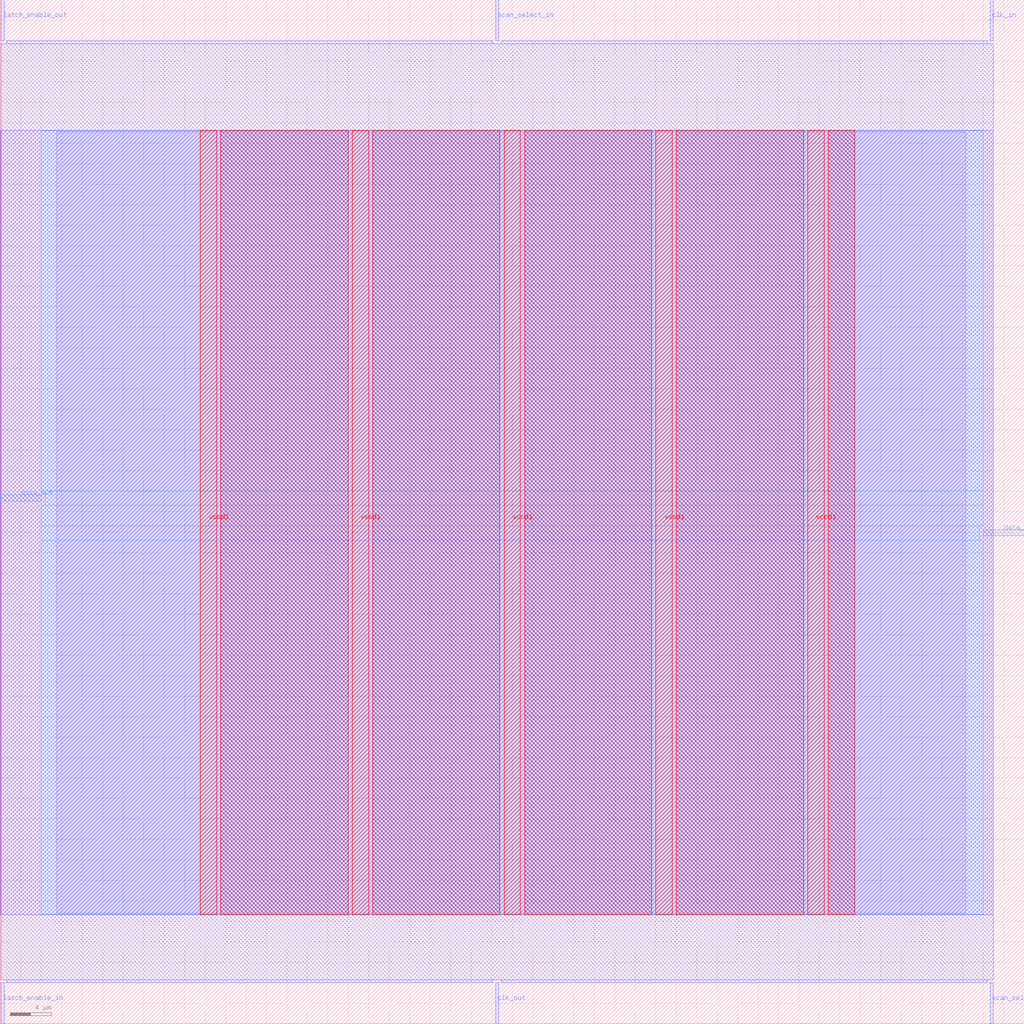
<source format=lef>
VERSION 5.7 ;
  NOWIREEXTENSIONATPIN ON ;
  DIVIDERCHAR "/" ;
  BUSBITCHARS "[]" ;
MACRO scan_wrapper_341342096033055316
  CLASS BLOCK ;
  FOREIGN scan_wrapper_341342096033055316 ;
  ORIGIN 0.000 0.000 ;
  SIZE 100.000 BY 100.000 ;
  PIN clk_in
    DIRECTION INPUT ;
    USE SIGNAL ;
    PORT
      LAYER met2 ;
        RECT 96.690 96.000 96.970 100.000 ;
    END
  END clk_in
  PIN clk_out
    DIRECTION OUTPUT TRISTATE ;
    USE SIGNAL ;
    PORT
      LAYER met2 ;
        RECT 48.390 0.000 48.670 4.000 ;
    END
  END clk_out
  PIN data_in
    DIRECTION INPUT ;
    USE SIGNAL ;
    PORT
      LAYER met3 ;
        RECT 96.000 47.640 100.000 48.240 ;
    END
  END data_in
  PIN data_out
    DIRECTION OUTPUT TRISTATE ;
    USE SIGNAL ;
    PORT
      LAYER met3 ;
        RECT 0.000 51.040 4.000 51.640 ;
    END
  END data_out
  PIN latch_enable_in
    DIRECTION INPUT ;
    USE SIGNAL ;
    PORT
      LAYER met2 ;
        RECT 0.090 0.000 0.370 4.000 ;
    END
  END latch_enable_in
  PIN latch_enable_out
    DIRECTION OUTPUT TRISTATE ;
    USE SIGNAL ;
    PORT
      LAYER met2 ;
        RECT 0.090 96.000 0.370 100.000 ;
    END
  END latch_enable_out
  PIN scan_select_in
    DIRECTION INPUT ;
    USE SIGNAL ;
    PORT
      LAYER met2 ;
        RECT 48.390 96.000 48.670 100.000 ;
    END
  END scan_select_in
  PIN scan_select_out
    DIRECTION OUTPUT TRISTATE ;
    USE SIGNAL ;
    PORT
      LAYER met2 ;
        RECT 96.690 0.000 96.970 4.000 ;
    END
  END scan_select_out
  PIN vccd1
    DIRECTION INPUT ;
    USE POWER ;
    PORT
      LAYER met4 ;
        RECT 19.550 10.640 21.150 87.280 ;
    END
    PORT
      LAYER met4 ;
        RECT 49.200 10.640 50.800 87.280 ;
    END
    PORT
      LAYER met4 ;
        RECT 78.855 10.640 80.455 87.280 ;
    END
  END vccd1
  PIN vssd1
    DIRECTION INPUT ;
    USE GROUND ;
    PORT
      LAYER met4 ;
        RECT 34.370 10.640 35.970 87.280 ;
    END
    PORT
      LAYER met4 ;
        RECT 64.025 10.640 65.625 87.280 ;
    END
  END vssd1
  OBS
      LAYER li1 ;
        RECT 5.520 10.795 94.300 87.125 ;
      LAYER met1 ;
        RECT 0.070 10.640 96.990 87.280 ;
      LAYER met2 ;
        RECT 0.650 95.720 48.110 96.000 ;
        RECT 48.950 95.720 96.410 96.000 ;
        RECT 0.100 4.280 96.960 95.720 ;
        RECT 0.650 4.000 48.110 4.280 ;
        RECT 48.950 4.000 96.410 4.280 ;
      LAYER met3 ;
        RECT 4.000 52.040 96.000 87.205 ;
        RECT 4.400 50.640 96.000 52.040 ;
        RECT 4.000 48.640 96.000 50.640 ;
        RECT 4.000 47.240 95.600 48.640 ;
        RECT 4.000 10.715 96.000 47.240 ;
      LAYER met4 ;
        RECT 21.550 10.640 33.970 87.280 ;
        RECT 36.370 10.640 48.800 87.280 ;
        RECT 51.200 10.640 63.625 87.280 ;
        RECT 66.025 10.640 78.455 87.280 ;
        RECT 80.855 10.640 83.425 87.280 ;
  END
END scan_wrapper_341342096033055316
END LIBRARY


</source>
